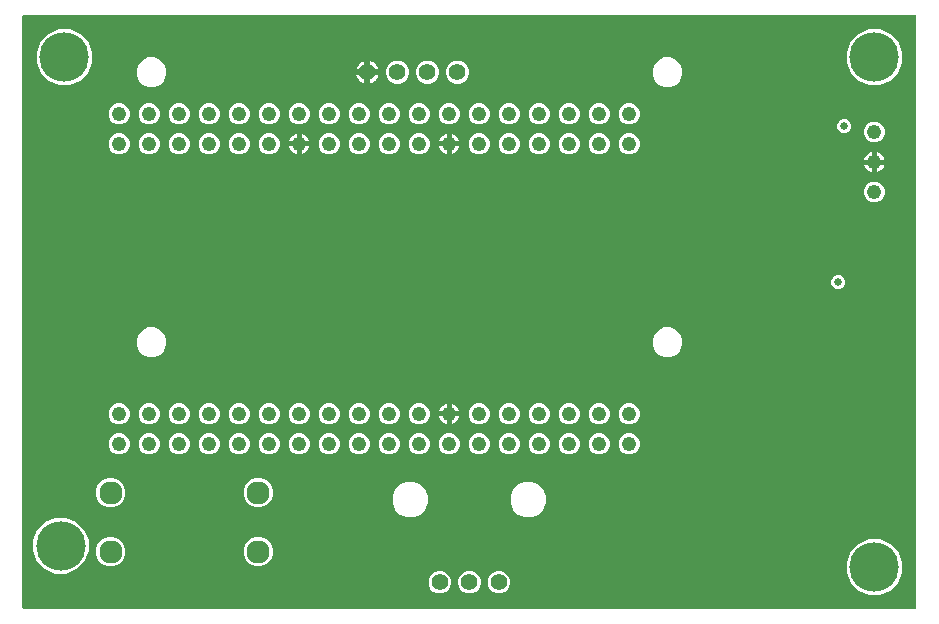
<source format=gbr>
G04 EAGLE Gerber RS-274X export*
G75*
%MOMM*%
%FSLAX34Y34*%
%LPD*%
%INCopper Layer 15*%
%IPPOS*%
%AMOC8*
5,1,8,0,0,1.08239X$1,22.5*%
G01*
%ADD10C,1.244600*%
%ADD11C,1.422400*%
%ADD12C,1.960000*%
%ADD13C,1.400000*%
%ADD14C,4.191000*%
%ADD15C,0.654800*%

G36*
X758308Y2556D02*
X758308Y2556D01*
X758427Y2563D01*
X758465Y2576D01*
X758506Y2581D01*
X758616Y2624D01*
X758729Y2661D01*
X758764Y2683D01*
X758801Y2698D01*
X758897Y2767D01*
X758998Y2831D01*
X759026Y2861D01*
X759059Y2884D01*
X759135Y2976D01*
X759216Y3063D01*
X759236Y3098D01*
X759261Y3129D01*
X759312Y3237D01*
X759370Y3341D01*
X759380Y3381D01*
X759397Y3417D01*
X759419Y3534D01*
X759449Y3649D01*
X759453Y3709D01*
X759457Y3729D01*
X759455Y3750D01*
X759459Y3810D01*
X759459Y504190D01*
X759444Y504308D01*
X759437Y504427D01*
X759424Y504465D01*
X759419Y504506D01*
X759376Y504616D01*
X759339Y504729D01*
X759317Y504764D01*
X759302Y504801D01*
X759233Y504897D01*
X759169Y504998D01*
X759139Y505026D01*
X759116Y505059D01*
X759024Y505135D01*
X758937Y505216D01*
X758902Y505236D01*
X758871Y505261D01*
X758763Y505312D01*
X758659Y505370D01*
X758619Y505380D01*
X758583Y505397D01*
X758466Y505419D01*
X758351Y505449D01*
X758291Y505453D01*
X758271Y505457D01*
X758250Y505455D01*
X758190Y505459D01*
X3810Y505459D01*
X3692Y505444D01*
X3573Y505437D01*
X3535Y505424D01*
X3494Y505419D01*
X3384Y505376D01*
X3271Y505339D01*
X3236Y505317D01*
X3199Y505302D01*
X3103Y505233D01*
X3002Y505169D01*
X2974Y505139D01*
X2941Y505116D01*
X2865Y505024D01*
X2784Y504937D01*
X2764Y504902D01*
X2739Y504871D01*
X2688Y504763D01*
X2630Y504659D01*
X2620Y504619D01*
X2603Y504583D01*
X2581Y504466D01*
X2551Y504351D01*
X2547Y504291D01*
X2543Y504271D01*
X2545Y504250D01*
X2541Y504190D01*
X2541Y3810D01*
X2556Y3692D01*
X2563Y3573D01*
X2576Y3535D01*
X2581Y3494D01*
X2624Y3384D01*
X2661Y3271D01*
X2683Y3236D01*
X2698Y3199D01*
X2767Y3103D01*
X2831Y3002D01*
X2861Y2974D01*
X2884Y2941D01*
X2976Y2865D01*
X3063Y2784D01*
X3098Y2764D01*
X3129Y2739D01*
X3237Y2688D01*
X3341Y2630D01*
X3381Y2620D01*
X3417Y2603D01*
X3534Y2581D01*
X3649Y2551D01*
X3709Y2547D01*
X3729Y2543D01*
X3750Y2545D01*
X3810Y2541D01*
X758190Y2541D01*
X758308Y2556D01*
G37*
%LPC*%
G36*
X719226Y446404D02*
X719226Y446404D01*
X710591Y449981D01*
X703981Y456591D01*
X700404Y465226D01*
X700404Y474574D01*
X703981Y483209D01*
X710591Y489819D01*
X719226Y493396D01*
X728574Y493396D01*
X737209Y489819D01*
X743819Y483209D01*
X747396Y474574D01*
X747396Y465226D01*
X743819Y456591D01*
X737209Y449981D01*
X728574Y446404D01*
X719226Y446404D01*
G37*
%LPD*%
%LPC*%
G36*
X33426Y446404D02*
X33426Y446404D01*
X24791Y449981D01*
X18181Y456591D01*
X14604Y465226D01*
X14604Y474574D01*
X18181Y483209D01*
X24791Y489819D01*
X33426Y493396D01*
X42774Y493396D01*
X51409Y489819D01*
X58019Y483209D01*
X61596Y474574D01*
X61596Y465226D01*
X58019Y456591D01*
X51409Y449981D01*
X42774Y446404D01*
X33426Y446404D01*
G37*
%LPD*%
%LPC*%
G36*
X719226Y14604D02*
X719226Y14604D01*
X710591Y18181D01*
X703981Y24791D01*
X700404Y33426D01*
X700404Y42774D01*
X703981Y51409D01*
X710591Y58019D01*
X719226Y61596D01*
X728574Y61596D01*
X737209Y58019D01*
X743819Y51409D01*
X747396Y42774D01*
X747396Y33426D01*
X743819Y24791D01*
X737209Y18181D01*
X728574Y14604D01*
X719226Y14604D01*
G37*
%LPD*%
%LPC*%
G36*
X30378Y32638D02*
X30378Y32638D01*
X21743Y36215D01*
X15133Y42825D01*
X11556Y51460D01*
X11556Y60808D01*
X15133Y69443D01*
X21743Y76053D01*
X30378Y79630D01*
X39726Y79630D01*
X48361Y76053D01*
X54971Y69443D01*
X58548Y60808D01*
X58548Y51460D01*
X54971Y42825D01*
X48361Y36215D01*
X39726Y32638D01*
X30378Y32638D01*
G37*
%LPD*%
%LPC*%
G36*
X328008Y80359D02*
X328008Y80359D01*
X322480Y82649D01*
X318249Y86880D01*
X315959Y92408D01*
X315959Y98392D01*
X318249Y103920D01*
X322480Y108151D01*
X328008Y110441D01*
X333992Y110441D01*
X339520Y108151D01*
X343751Y103920D01*
X346041Y98392D01*
X346041Y92408D01*
X343751Y86880D01*
X339520Y82649D01*
X333992Y80359D01*
X328008Y80359D01*
G37*
%LPD*%
%LPC*%
G36*
X428008Y80359D02*
X428008Y80359D01*
X422480Y82649D01*
X418249Y86880D01*
X415959Y92408D01*
X415959Y98392D01*
X418249Y103920D01*
X422480Y108151D01*
X428008Y110441D01*
X433992Y110441D01*
X439520Y108151D01*
X443751Y103920D01*
X446041Y98392D01*
X446041Y92408D01*
X443751Y86880D01*
X439520Y82649D01*
X433992Y80359D01*
X428008Y80359D01*
G37*
%LPD*%
%LPC*%
G36*
X546145Y444659D02*
X546145Y444659D01*
X541536Y446568D01*
X538008Y450096D01*
X536099Y454705D01*
X536099Y459695D01*
X538008Y464304D01*
X541536Y467832D01*
X546145Y469741D01*
X551135Y469741D01*
X555744Y467832D01*
X559272Y464304D01*
X561181Y459695D01*
X561181Y454705D01*
X559272Y450096D01*
X555744Y446568D01*
X551135Y444659D01*
X546145Y444659D01*
G37*
%LPD*%
%LPC*%
G36*
X109265Y444659D02*
X109265Y444659D01*
X104656Y446568D01*
X101128Y450096D01*
X99219Y454705D01*
X99219Y459695D01*
X101128Y464304D01*
X104656Y467832D01*
X109265Y469741D01*
X114255Y469741D01*
X118864Y467832D01*
X122392Y464304D01*
X124301Y459695D01*
X124301Y454705D01*
X122392Y450096D01*
X118864Y446568D01*
X114255Y444659D01*
X109265Y444659D01*
G37*
%LPD*%
%LPC*%
G36*
X109265Y216059D02*
X109265Y216059D01*
X104656Y217968D01*
X101128Y221496D01*
X99219Y226105D01*
X99219Y231095D01*
X101128Y235704D01*
X104656Y239232D01*
X109265Y241141D01*
X114255Y241141D01*
X118864Y239232D01*
X122392Y235704D01*
X124301Y231095D01*
X124301Y226105D01*
X122392Y221496D01*
X118864Y217968D01*
X114255Y216059D01*
X109265Y216059D01*
G37*
%LPD*%
%LPC*%
G36*
X546145Y216059D02*
X546145Y216059D01*
X541536Y217968D01*
X538008Y221496D01*
X536099Y226105D01*
X536099Y231095D01*
X538008Y235704D01*
X541536Y239232D01*
X546145Y241141D01*
X551135Y241141D01*
X555744Y239232D01*
X559272Y235704D01*
X561181Y231095D01*
X561181Y226105D01*
X559272Y221496D01*
X555744Y217968D01*
X551135Y216059D01*
X546145Y216059D01*
G37*
%LPD*%
%LPC*%
G36*
X74745Y38859D02*
X74745Y38859D01*
X70210Y40738D01*
X66738Y44210D01*
X64859Y48745D01*
X64859Y53655D01*
X66738Y58190D01*
X70210Y61662D01*
X74745Y63541D01*
X79655Y63541D01*
X84190Y61662D01*
X87662Y58190D01*
X89541Y53655D01*
X89541Y48745D01*
X87662Y44210D01*
X84190Y40738D01*
X79655Y38859D01*
X74745Y38859D01*
G37*
%LPD*%
%LPC*%
G36*
X199745Y38859D02*
X199745Y38859D01*
X195210Y40738D01*
X191738Y44210D01*
X189859Y48745D01*
X189859Y53655D01*
X191738Y58190D01*
X195210Y61662D01*
X199745Y63541D01*
X204655Y63541D01*
X209190Y61662D01*
X212662Y58190D01*
X214541Y53655D01*
X214541Y48745D01*
X212662Y44210D01*
X209190Y40738D01*
X204655Y38859D01*
X199745Y38859D01*
G37*
%LPD*%
%LPC*%
G36*
X74745Y88859D02*
X74745Y88859D01*
X70210Y90738D01*
X66738Y94210D01*
X64859Y98745D01*
X64859Y103655D01*
X66738Y108190D01*
X70210Y111662D01*
X74745Y113541D01*
X79655Y113541D01*
X84190Y111662D01*
X87662Y108190D01*
X89541Y103655D01*
X89541Y98745D01*
X87662Y94210D01*
X84190Y90738D01*
X79655Y88859D01*
X74745Y88859D01*
G37*
%LPD*%
%LPC*%
G36*
X199745Y88859D02*
X199745Y88859D01*
X195210Y90738D01*
X191738Y94210D01*
X189859Y98745D01*
X189859Y103655D01*
X191738Y108190D01*
X195210Y111662D01*
X199745Y113541D01*
X204655Y113541D01*
X209190Y111662D01*
X212662Y108190D01*
X214541Y103655D01*
X214541Y98745D01*
X212662Y94210D01*
X209190Y90738D01*
X204655Y88859D01*
X199745Y88859D01*
G37*
%LPD*%
%LPC*%
G36*
X368920Y447547D02*
X368920Y447547D01*
X365372Y449017D01*
X362657Y451732D01*
X361187Y455280D01*
X361187Y459120D01*
X362657Y462668D01*
X365372Y465383D01*
X368920Y466853D01*
X372760Y466853D01*
X376308Y465383D01*
X379023Y462668D01*
X380493Y459120D01*
X380493Y455280D01*
X379023Y451732D01*
X376308Y449017D01*
X372760Y447547D01*
X368920Y447547D01*
G37*
%LPD*%
%LPC*%
G36*
X343520Y447547D02*
X343520Y447547D01*
X339972Y449017D01*
X337257Y451732D01*
X335787Y455280D01*
X335787Y459120D01*
X337257Y462668D01*
X339972Y465383D01*
X343520Y466853D01*
X347360Y466853D01*
X350908Y465383D01*
X353623Y462668D01*
X355093Y459120D01*
X355093Y455280D01*
X353623Y451732D01*
X350908Y449017D01*
X347360Y447547D01*
X343520Y447547D01*
G37*
%LPD*%
%LPC*%
G36*
X318120Y447547D02*
X318120Y447547D01*
X314572Y449017D01*
X311857Y451732D01*
X310387Y455280D01*
X310387Y459120D01*
X311857Y462668D01*
X314572Y465383D01*
X318120Y466853D01*
X321960Y466853D01*
X325508Y465383D01*
X328223Y462668D01*
X329693Y459120D01*
X329693Y455280D01*
X328223Y451732D01*
X325508Y449017D01*
X321960Y447547D01*
X318120Y447547D01*
G37*
%LPD*%
%LPC*%
G36*
X379102Y15859D02*
X379102Y15859D01*
X375596Y17312D01*
X372912Y19996D01*
X371459Y23502D01*
X371459Y27298D01*
X372912Y30804D01*
X375596Y33488D01*
X379102Y34941D01*
X382898Y34941D01*
X386404Y33488D01*
X389088Y30804D01*
X390541Y27298D01*
X390541Y23502D01*
X389088Y19996D01*
X386404Y17312D01*
X382898Y15859D01*
X379102Y15859D01*
G37*
%LPD*%
%LPC*%
G36*
X404102Y15859D02*
X404102Y15859D01*
X400596Y17312D01*
X397912Y19996D01*
X396459Y23502D01*
X396459Y27298D01*
X397912Y30804D01*
X400596Y33488D01*
X404102Y34941D01*
X407898Y34941D01*
X411404Y33488D01*
X414088Y30804D01*
X415541Y27298D01*
X415541Y23502D01*
X414088Y19996D01*
X411404Y17312D01*
X407898Y15859D01*
X404102Y15859D01*
G37*
%LPD*%
%LPC*%
G36*
X354102Y15859D02*
X354102Y15859D01*
X350596Y17312D01*
X347912Y19996D01*
X346459Y23502D01*
X346459Y27298D01*
X347912Y30804D01*
X350596Y33488D01*
X354102Y34941D01*
X357898Y34941D01*
X361404Y33488D01*
X364088Y30804D01*
X365541Y27298D01*
X365541Y23502D01*
X364088Y19996D01*
X361404Y17312D01*
X357898Y15859D01*
X354102Y15859D01*
G37*
%LPD*%
%LPC*%
G36*
X108157Y133736D02*
X108157Y133736D01*
X104936Y135070D01*
X102470Y137536D01*
X101136Y140757D01*
X101136Y144243D01*
X102470Y147464D01*
X104936Y149930D01*
X108157Y151264D01*
X111643Y151264D01*
X114864Y149930D01*
X117330Y147464D01*
X118664Y144243D01*
X118664Y140757D01*
X117330Y137536D01*
X114864Y135070D01*
X111643Y133736D01*
X108157Y133736D01*
G37*
%LPD*%
%LPC*%
G36*
X184357Y133736D02*
X184357Y133736D01*
X181136Y135070D01*
X178670Y137536D01*
X177336Y140757D01*
X177336Y144243D01*
X178670Y147464D01*
X181136Y149930D01*
X184357Y151264D01*
X187843Y151264D01*
X191064Y149930D01*
X193530Y147464D01*
X194864Y144243D01*
X194864Y140757D01*
X193530Y137536D01*
X191064Y135070D01*
X187843Y133736D01*
X184357Y133736D01*
G37*
%LPD*%
%LPC*%
G36*
X438357Y413136D02*
X438357Y413136D01*
X435136Y414470D01*
X432670Y416936D01*
X431336Y420157D01*
X431336Y423643D01*
X432670Y426864D01*
X435136Y429330D01*
X438357Y430664D01*
X441843Y430664D01*
X445064Y429330D01*
X447530Y426864D01*
X448864Y423643D01*
X448864Y420157D01*
X447530Y416936D01*
X445064Y414470D01*
X441843Y413136D01*
X438357Y413136D01*
G37*
%LPD*%
%LPC*%
G36*
X412957Y413136D02*
X412957Y413136D01*
X409736Y414470D01*
X407270Y416936D01*
X405936Y420157D01*
X405936Y423643D01*
X407270Y426864D01*
X409736Y429330D01*
X412957Y430664D01*
X416443Y430664D01*
X419664Y429330D01*
X422130Y426864D01*
X423464Y423643D01*
X423464Y420157D01*
X422130Y416936D01*
X419664Y414470D01*
X416443Y413136D01*
X412957Y413136D01*
G37*
%LPD*%
%LPC*%
G36*
X387557Y413136D02*
X387557Y413136D01*
X384336Y414470D01*
X381870Y416936D01*
X380536Y420157D01*
X380536Y423643D01*
X381870Y426864D01*
X384336Y429330D01*
X387557Y430664D01*
X391043Y430664D01*
X394264Y429330D01*
X396730Y426864D01*
X398064Y423643D01*
X398064Y420157D01*
X396730Y416936D01*
X394264Y414470D01*
X391043Y413136D01*
X387557Y413136D01*
G37*
%LPD*%
%LPC*%
G36*
X362157Y413136D02*
X362157Y413136D01*
X358936Y414470D01*
X356470Y416936D01*
X355136Y420157D01*
X355136Y423643D01*
X356470Y426864D01*
X358936Y429330D01*
X362157Y430664D01*
X365643Y430664D01*
X368864Y429330D01*
X371330Y426864D01*
X372664Y423643D01*
X372664Y420157D01*
X371330Y416936D01*
X368864Y414470D01*
X365643Y413136D01*
X362157Y413136D01*
G37*
%LPD*%
%LPC*%
G36*
X336757Y413136D02*
X336757Y413136D01*
X333536Y414470D01*
X331070Y416936D01*
X329736Y420157D01*
X329736Y423643D01*
X331070Y426864D01*
X333536Y429330D01*
X336757Y430664D01*
X340243Y430664D01*
X343464Y429330D01*
X345930Y426864D01*
X347264Y423643D01*
X347264Y420157D01*
X345930Y416936D01*
X343464Y414470D01*
X340243Y413136D01*
X336757Y413136D01*
G37*
%LPD*%
%LPC*%
G36*
X311357Y413136D02*
X311357Y413136D01*
X308136Y414470D01*
X305670Y416936D01*
X304336Y420157D01*
X304336Y423643D01*
X305670Y426864D01*
X308136Y429330D01*
X311357Y430664D01*
X314843Y430664D01*
X318064Y429330D01*
X320530Y426864D01*
X321864Y423643D01*
X321864Y420157D01*
X320530Y416936D01*
X318064Y414470D01*
X314843Y413136D01*
X311357Y413136D01*
G37*
%LPD*%
%LPC*%
G36*
X489157Y413136D02*
X489157Y413136D01*
X485936Y414470D01*
X483470Y416936D01*
X482136Y420157D01*
X482136Y423643D01*
X483470Y426864D01*
X485936Y429330D01*
X489157Y430664D01*
X492643Y430664D01*
X495864Y429330D01*
X498330Y426864D01*
X499664Y423643D01*
X499664Y420157D01*
X498330Y416936D01*
X495864Y414470D01*
X492643Y413136D01*
X489157Y413136D01*
G37*
%LPD*%
%LPC*%
G36*
X285957Y413136D02*
X285957Y413136D01*
X282736Y414470D01*
X280270Y416936D01*
X278936Y420157D01*
X278936Y423643D01*
X280270Y426864D01*
X282736Y429330D01*
X285957Y430664D01*
X289443Y430664D01*
X292664Y429330D01*
X295130Y426864D01*
X296464Y423643D01*
X296464Y420157D01*
X295130Y416936D01*
X292664Y414470D01*
X289443Y413136D01*
X285957Y413136D01*
G37*
%LPD*%
%LPC*%
G36*
X260557Y413136D02*
X260557Y413136D01*
X257336Y414470D01*
X254870Y416936D01*
X253536Y420157D01*
X253536Y423643D01*
X254870Y426864D01*
X257336Y429330D01*
X260557Y430664D01*
X264043Y430664D01*
X267264Y429330D01*
X269730Y426864D01*
X271064Y423643D01*
X271064Y420157D01*
X269730Y416936D01*
X267264Y414470D01*
X264043Y413136D01*
X260557Y413136D01*
G37*
%LPD*%
%LPC*%
G36*
X235157Y413136D02*
X235157Y413136D01*
X231936Y414470D01*
X229470Y416936D01*
X228136Y420157D01*
X228136Y423643D01*
X229470Y426864D01*
X231936Y429330D01*
X235157Y430664D01*
X238643Y430664D01*
X241864Y429330D01*
X244330Y426864D01*
X245664Y423643D01*
X245664Y420157D01*
X244330Y416936D01*
X241864Y414470D01*
X238643Y413136D01*
X235157Y413136D01*
G37*
%LPD*%
%LPC*%
G36*
X209757Y413136D02*
X209757Y413136D01*
X206536Y414470D01*
X204070Y416936D01*
X202736Y420157D01*
X202736Y423643D01*
X204070Y426864D01*
X206536Y429330D01*
X209757Y430664D01*
X213243Y430664D01*
X216464Y429330D01*
X218930Y426864D01*
X220264Y423643D01*
X220264Y420157D01*
X218930Y416936D01*
X216464Y414470D01*
X213243Y413136D01*
X209757Y413136D01*
G37*
%LPD*%
%LPC*%
G36*
X184357Y413136D02*
X184357Y413136D01*
X181136Y414470D01*
X178670Y416936D01*
X177336Y420157D01*
X177336Y423643D01*
X178670Y426864D01*
X181136Y429330D01*
X184357Y430664D01*
X187843Y430664D01*
X191064Y429330D01*
X193530Y426864D01*
X194864Y423643D01*
X194864Y420157D01*
X193530Y416936D01*
X191064Y414470D01*
X187843Y413136D01*
X184357Y413136D01*
G37*
%LPD*%
%LPC*%
G36*
X158957Y413136D02*
X158957Y413136D01*
X155736Y414470D01*
X153270Y416936D01*
X151936Y420157D01*
X151936Y423643D01*
X153270Y426864D01*
X155736Y429330D01*
X158957Y430664D01*
X162443Y430664D01*
X165664Y429330D01*
X168130Y426864D01*
X169464Y423643D01*
X169464Y420157D01*
X168130Y416936D01*
X165664Y414470D01*
X162443Y413136D01*
X158957Y413136D01*
G37*
%LPD*%
%LPC*%
G36*
X133557Y413136D02*
X133557Y413136D01*
X130336Y414470D01*
X127870Y416936D01*
X126536Y420157D01*
X126536Y423643D01*
X127870Y426864D01*
X130336Y429330D01*
X133557Y430664D01*
X137043Y430664D01*
X140264Y429330D01*
X142730Y426864D01*
X144064Y423643D01*
X144064Y420157D01*
X142730Y416936D01*
X140264Y414470D01*
X137043Y413136D01*
X133557Y413136D01*
G37*
%LPD*%
%LPC*%
G36*
X82757Y413136D02*
X82757Y413136D01*
X79536Y414470D01*
X77070Y416936D01*
X75736Y420157D01*
X75736Y423643D01*
X77070Y426864D01*
X79536Y429330D01*
X82757Y430664D01*
X86243Y430664D01*
X89464Y429330D01*
X91930Y426864D01*
X93264Y423643D01*
X93264Y420157D01*
X91930Y416936D01*
X89464Y414470D01*
X86243Y413136D01*
X82757Y413136D01*
G37*
%LPD*%
%LPC*%
G36*
X514557Y413136D02*
X514557Y413136D01*
X511336Y414470D01*
X508870Y416936D01*
X507536Y420157D01*
X507536Y423643D01*
X508870Y426864D01*
X511336Y429330D01*
X514557Y430664D01*
X518043Y430664D01*
X521264Y429330D01*
X523730Y426864D01*
X525064Y423643D01*
X525064Y420157D01*
X523730Y416936D01*
X521264Y414470D01*
X518043Y413136D01*
X514557Y413136D01*
G37*
%LPD*%
%LPC*%
G36*
X108157Y413136D02*
X108157Y413136D01*
X104936Y414470D01*
X102470Y416936D01*
X101136Y420157D01*
X101136Y423643D01*
X102470Y426864D01*
X104936Y429330D01*
X108157Y430664D01*
X111643Y430664D01*
X114864Y429330D01*
X117330Y426864D01*
X118664Y423643D01*
X118664Y420157D01*
X117330Y416936D01*
X114864Y414470D01*
X111643Y413136D01*
X108157Y413136D01*
G37*
%LPD*%
%LPC*%
G36*
X463757Y413136D02*
X463757Y413136D01*
X460536Y414470D01*
X458070Y416936D01*
X456736Y420157D01*
X456736Y423643D01*
X458070Y426864D01*
X460536Y429330D01*
X463757Y430664D01*
X467243Y430664D01*
X470464Y429330D01*
X472930Y426864D01*
X474264Y423643D01*
X474264Y420157D01*
X472930Y416936D01*
X470464Y414470D01*
X467243Y413136D01*
X463757Y413136D01*
G37*
%LPD*%
%LPC*%
G36*
X722157Y397636D02*
X722157Y397636D01*
X718936Y398970D01*
X716470Y401436D01*
X715136Y404657D01*
X715136Y408143D01*
X716470Y411364D01*
X718936Y413830D01*
X722157Y415164D01*
X725643Y415164D01*
X728864Y413830D01*
X731330Y411364D01*
X732664Y408143D01*
X732664Y404657D01*
X731330Y401436D01*
X728864Y398970D01*
X725643Y397636D01*
X722157Y397636D01*
G37*
%LPD*%
%LPC*%
G36*
X82757Y387736D02*
X82757Y387736D01*
X79536Y389070D01*
X77070Y391536D01*
X75736Y394757D01*
X75736Y398243D01*
X77070Y401464D01*
X79536Y403930D01*
X82757Y405264D01*
X86243Y405264D01*
X89464Y403930D01*
X91930Y401464D01*
X93264Y398243D01*
X93264Y394757D01*
X91930Y391536D01*
X89464Y389070D01*
X86243Y387736D01*
X82757Y387736D01*
G37*
%LPD*%
%LPC*%
G36*
X133557Y387736D02*
X133557Y387736D01*
X130336Y389070D01*
X127870Y391536D01*
X126536Y394757D01*
X126536Y398243D01*
X127870Y401464D01*
X130336Y403930D01*
X133557Y405264D01*
X137043Y405264D01*
X140264Y403930D01*
X142730Y401464D01*
X144064Y398243D01*
X144064Y394757D01*
X142730Y391536D01*
X140264Y389070D01*
X137043Y387736D01*
X133557Y387736D01*
G37*
%LPD*%
%LPC*%
G36*
X108157Y387736D02*
X108157Y387736D01*
X104936Y389070D01*
X102470Y391536D01*
X101136Y394757D01*
X101136Y398243D01*
X102470Y401464D01*
X104936Y403930D01*
X108157Y405264D01*
X111643Y405264D01*
X114864Y403930D01*
X117330Y401464D01*
X118664Y398243D01*
X118664Y394757D01*
X117330Y391536D01*
X114864Y389070D01*
X111643Y387736D01*
X108157Y387736D01*
G37*
%LPD*%
%LPC*%
G36*
X514557Y387736D02*
X514557Y387736D01*
X511336Y389070D01*
X508870Y391536D01*
X507536Y394757D01*
X507536Y398243D01*
X508870Y401464D01*
X511336Y403930D01*
X514557Y405264D01*
X518043Y405264D01*
X521264Y403930D01*
X523730Y401464D01*
X525064Y398243D01*
X525064Y394757D01*
X523730Y391536D01*
X521264Y389070D01*
X518043Y387736D01*
X514557Y387736D01*
G37*
%LPD*%
%LPC*%
G36*
X489157Y387736D02*
X489157Y387736D01*
X485936Y389070D01*
X483470Y391536D01*
X482136Y394757D01*
X482136Y398243D01*
X483470Y401464D01*
X485936Y403930D01*
X489157Y405264D01*
X492643Y405264D01*
X495864Y403930D01*
X498330Y401464D01*
X499664Y398243D01*
X499664Y394757D01*
X498330Y391536D01*
X495864Y389070D01*
X492643Y387736D01*
X489157Y387736D01*
G37*
%LPD*%
%LPC*%
G36*
X463757Y387736D02*
X463757Y387736D01*
X460536Y389070D01*
X458070Y391536D01*
X456736Y394757D01*
X456736Y398243D01*
X458070Y401464D01*
X460536Y403930D01*
X463757Y405264D01*
X467243Y405264D01*
X470464Y403930D01*
X472930Y401464D01*
X474264Y398243D01*
X474264Y394757D01*
X472930Y391536D01*
X470464Y389070D01*
X467243Y387736D01*
X463757Y387736D01*
G37*
%LPD*%
%LPC*%
G36*
X438357Y387736D02*
X438357Y387736D01*
X435136Y389070D01*
X432670Y391536D01*
X431336Y394757D01*
X431336Y398243D01*
X432670Y401464D01*
X435136Y403930D01*
X438357Y405264D01*
X441843Y405264D01*
X445064Y403930D01*
X447530Y401464D01*
X448864Y398243D01*
X448864Y394757D01*
X447530Y391536D01*
X445064Y389070D01*
X441843Y387736D01*
X438357Y387736D01*
G37*
%LPD*%
%LPC*%
G36*
X412957Y387736D02*
X412957Y387736D01*
X409736Y389070D01*
X407270Y391536D01*
X405936Y394757D01*
X405936Y398243D01*
X407270Y401464D01*
X409736Y403930D01*
X412957Y405264D01*
X416443Y405264D01*
X419664Y403930D01*
X422130Y401464D01*
X423464Y398243D01*
X423464Y394757D01*
X422130Y391536D01*
X419664Y389070D01*
X416443Y387736D01*
X412957Y387736D01*
G37*
%LPD*%
%LPC*%
G36*
X336757Y387736D02*
X336757Y387736D01*
X333536Y389070D01*
X331070Y391536D01*
X329736Y394757D01*
X329736Y398243D01*
X331070Y401464D01*
X333536Y403930D01*
X336757Y405264D01*
X340243Y405264D01*
X343464Y403930D01*
X345930Y401464D01*
X347264Y398243D01*
X347264Y394757D01*
X345930Y391536D01*
X343464Y389070D01*
X340243Y387736D01*
X336757Y387736D01*
G37*
%LPD*%
%LPC*%
G36*
X311357Y387736D02*
X311357Y387736D01*
X308136Y389070D01*
X305670Y391536D01*
X304336Y394757D01*
X304336Y398243D01*
X305670Y401464D01*
X308136Y403930D01*
X311357Y405264D01*
X314843Y405264D01*
X318064Y403930D01*
X320530Y401464D01*
X321864Y398243D01*
X321864Y394757D01*
X320530Y391536D01*
X318064Y389070D01*
X314843Y387736D01*
X311357Y387736D01*
G37*
%LPD*%
%LPC*%
G36*
X285957Y387736D02*
X285957Y387736D01*
X282736Y389070D01*
X280270Y391536D01*
X278936Y394757D01*
X278936Y398243D01*
X280270Y401464D01*
X282736Y403930D01*
X285957Y405264D01*
X289443Y405264D01*
X292664Y403930D01*
X295130Y401464D01*
X296464Y398243D01*
X296464Y394757D01*
X295130Y391536D01*
X292664Y389070D01*
X289443Y387736D01*
X285957Y387736D01*
G37*
%LPD*%
%LPC*%
G36*
X260557Y387736D02*
X260557Y387736D01*
X257336Y389070D01*
X254870Y391536D01*
X253536Y394757D01*
X253536Y398243D01*
X254870Y401464D01*
X257336Y403930D01*
X260557Y405264D01*
X264043Y405264D01*
X267264Y403930D01*
X269730Y401464D01*
X271064Y398243D01*
X271064Y394757D01*
X269730Y391536D01*
X267264Y389070D01*
X264043Y387736D01*
X260557Y387736D01*
G37*
%LPD*%
%LPC*%
G36*
X209757Y387736D02*
X209757Y387736D01*
X206536Y389070D01*
X204070Y391536D01*
X202736Y394757D01*
X202736Y398243D01*
X204070Y401464D01*
X206536Y403930D01*
X209757Y405264D01*
X213243Y405264D01*
X216464Y403930D01*
X218930Y401464D01*
X220264Y398243D01*
X220264Y394757D01*
X218930Y391536D01*
X216464Y389070D01*
X213243Y387736D01*
X209757Y387736D01*
G37*
%LPD*%
%LPC*%
G36*
X184357Y387736D02*
X184357Y387736D01*
X181136Y389070D01*
X178670Y391536D01*
X177336Y394757D01*
X177336Y398243D01*
X178670Y401464D01*
X181136Y403930D01*
X184357Y405264D01*
X187843Y405264D01*
X191064Y403930D01*
X193530Y401464D01*
X194864Y398243D01*
X194864Y394757D01*
X193530Y391536D01*
X191064Y389070D01*
X187843Y387736D01*
X184357Y387736D01*
G37*
%LPD*%
%LPC*%
G36*
X158957Y387736D02*
X158957Y387736D01*
X155736Y389070D01*
X153270Y391536D01*
X151936Y394757D01*
X151936Y398243D01*
X153270Y401464D01*
X155736Y403930D01*
X158957Y405264D01*
X162443Y405264D01*
X165664Y403930D01*
X168130Y401464D01*
X169464Y398243D01*
X169464Y394757D01*
X168130Y391536D01*
X165664Y389070D01*
X162443Y387736D01*
X158957Y387736D01*
G37*
%LPD*%
%LPC*%
G36*
X387557Y159136D02*
X387557Y159136D01*
X384336Y160470D01*
X381870Y162936D01*
X380536Y166157D01*
X380536Y169643D01*
X381870Y172864D01*
X384336Y175330D01*
X387557Y176664D01*
X391043Y176664D01*
X394264Y175330D01*
X396730Y172864D01*
X398064Y169643D01*
X398064Y166157D01*
X396730Y162936D01*
X394264Y160470D01*
X391043Y159136D01*
X387557Y159136D01*
G37*
%LPD*%
%LPC*%
G36*
X722157Y346836D02*
X722157Y346836D01*
X718936Y348170D01*
X716470Y350636D01*
X715136Y353857D01*
X715136Y357343D01*
X716470Y360564D01*
X718936Y363030D01*
X722157Y364364D01*
X725643Y364364D01*
X728864Y363030D01*
X731330Y360564D01*
X732664Y357343D01*
X732664Y353857D01*
X731330Y350636D01*
X728864Y348170D01*
X725643Y346836D01*
X722157Y346836D01*
G37*
%LPD*%
%LPC*%
G36*
X463757Y159136D02*
X463757Y159136D01*
X460536Y160470D01*
X458070Y162936D01*
X456736Y166157D01*
X456736Y169643D01*
X458070Y172864D01*
X460536Y175330D01*
X463757Y176664D01*
X467243Y176664D01*
X470464Y175330D01*
X472930Y172864D01*
X474264Y169643D01*
X474264Y166157D01*
X472930Y162936D01*
X470464Y160470D01*
X467243Y159136D01*
X463757Y159136D01*
G37*
%LPD*%
%LPC*%
G36*
X489157Y159136D02*
X489157Y159136D01*
X485936Y160470D01*
X483470Y162936D01*
X482136Y166157D01*
X482136Y169643D01*
X483470Y172864D01*
X485936Y175330D01*
X489157Y176664D01*
X492643Y176664D01*
X495864Y175330D01*
X498330Y172864D01*
X499664Y169643D01*
X499664Y166157D01*
X498330Y162936D01*
X495864Y160470D01*
X492643Y159136D01*
X489157Y159136D01*
G37*
%LPD*%
%LPC*%
G36*
X514557Y159136D02*
X514557Y159136D01*
X511336Y160470D01*
X508870Y162936D01*
X507536Y166157D01*
X507536Y169643D01*
X508870Y172864D01*
X511336Y175330D01*
X514557Y176664D01*
X518043Y176664D01*
X521264Y175330D01*
X523730Y172864D01*
X525064Y169643D01*
X525064Y166157D01*
X523730Y162936D01*
X521264Y160470D01*
X518043Y159136D01*
X514557Y159136D01*
G37*
%LPD*%
%LPC*%
G36*
X285957Y159136D02*
X285957Y159136D01*
X282736Y160470D01*
X280270Y162936D01*
X278936Y166157D01*
X278936Y169643D01*
X280270Y172864D01*
X282736Y175330D01*
X285957Y176664D01*
X289443Y176664D01*
X292664Y175330D01*
X295130Y172864D01*
X296464Y169643D01*
X296464Y166157D01*
X295130Y162936D01*
X292664Y160470D01*
X289443Y159136D01*
X285957Y159136D01*
G37*
%LPD*%
%LPC*%
G36*
X438357Y159136D02*
X438357Y159136D01*
X435136Y160470D01*
X432670Y162936D01*
X431336Y166157D01*
X431336Y169643D01*
X432670Y172864D01*
X435136Y175330D01*
X438357Y176664D01*
X441843Y176664D01*
X445064Y175330D01*
X447530Y172864D01*
X448864Y169643D01*
X448864Y166157D01*
X447530Y162936D01*
X445064Y160470D01*
X441843Y159136D01*
X438357Y159136D01*
G37*
%LPD*%
%LPC*%
G36*
X412957Y159136D02*
X412957Y159136D01*
X409736Y160470D01*
X407270Y162936D01*
X405936Y166157D01*
X405936Y169643D01*
X407270Y172864D01*
X409736Y175330D01*
X412957Y176664D01*
X416443Y176664D01*
X419664Y175330D01*
X422130Y172864D01*
X423464Y169643D01*
X423464Y166157D01*
X422130Y162936D01*
X419664Y160470D01*
X416443Y159136D01*
X412957Y159136D01*
G37*
%LPD*%
%LPC*%
G36*
X336757Y159136D02*
X336757Y159136D01*
X333536Y160470D01*
X331070Y162936D01*
X329736Y166157D01*
X329736Y169643D01*
X331070Y172864D01*
X333536Y175330D01*
X336757Y176664D01*
X340243Y176664D01*
X343464Y175330D01*
X345930Y172864D01*
X347264Y169643D01*
X347264Y166157D01*
X345930Y162936D01*
X343464Y160470D01*
X340243Y159136D01*
X336757Y159136D01*
G37*
%LPD*%
%LPC*%
G36*
X311357Y159136D02*
X311357Y159136D01*
X308136Y160470D01*
X305670Y162936D01*
X304336Y166157D01*
X304336Y169643D01*
X305670Y172864D01*
X308136Y175330D01*
X311357Y176664D01*
X314843Y176664D01*
X318064Y175330D01*
X320530Y172864D01*
X321864Y169643D01*
X321864Y166157D01*
X320530Y162936D01*
X318064Y160470D01*
X314843Y159136D01*
X311357Y159136D01*
G37*
%LPD*%
%LPC*%
G36*
X260557Y159136D02*
X260557Y159136D01*
X257336Y160470D01*
X254870Y162936D01*
X253536Y166157D01*
X253536Y169643D01*
X254870Y172864D01*
X257336Y175330D01*
X260557Y176664D01*
X264043Y176664D01*
X267264Y175330D01*
X269730Y172864D01*
X271064Y169643D01*
X271064Y166157D01*
X269730Y162936D01*
X267264Y160470D01*
X264043Y159136D01*
X260557Y159136D01*
G37*
%LPD*%
%LPC*%
G36*
X235157Y159136D02*
X235157Y159136D01*
X231936Y160470D01*
X229470Y162936D01*
X228136Y166157D01*
X228136Y169643D01*
X229470Y172864D01*
X231936Y175330D01*
X235157Y176664D01*
X238643Y176664D01*
X241864Y175330D01*
X244330Y172864D01*
X245664Y169643D01*
X245664Y166157D01*
X244330Y162936D01*
X241864Y160470D01*
X238643Y159136D01*
X235157Y159136D01*
G37*
%LPD*%
%LPC*%
G36*
X209757Y159136D02*
X209757Y159136D01*
X206536Y160470D01*
X204070Y162936D01*
X202736Y166157D01*
X202736Y169643D01*
X204070Y172864D01*
X206536Y175330D01*
X209757Y176664D01*
X213243Y176664D01*
X216464Y175330D01*
X218930Y172864D01*
X220264Y169643D01*
X220264Y166157D01*
X218930Y162936D01*
X216464Y160470D01*
X213243Y159136D01*
X209757Y159136D01*
G37*
%LPD*%
%LPC*%
G36*
X184357Y159136D02*
X184357Y159136D01*
X181136Y160470D01*
X178670Y162936D01*
X177336Y166157D01*
X177336Y169643D01*
X178670Y172864D01*
X181136Y175330D01*
X184357Y176664D01*
X187843Y176664D01*
X191064Y175330D01*
X193530Y172864D01*
X194864Y169643D01*
X194864Y166157D01*
X193530Y162936D01*
X191064Y160470D01*
X187843Y159136D01*
X184357Y159136D01*
G37*
%LPD*%
%LPC*%
G36*
X158957Y159136D02*
X158957Y159136D01*
X155736Y160470D01*
X153270Y162936D01*
X151936Y166157D01*
X151936Y169643D01*
X153270Y172864D01*
X155736Y175330D01*
X158957Y176664D01*
X162443Y176664D01*
X165664Y175330D01*
X168130Y172864D01*
X169464Y169643D01*
X169464Y166157D01*
X168130Y162936D01*
X165664Y160470D01*
X162443Y159136D01*
X158957Y159136D01*
G37*
%LPD*%
%LPC*%
G36*
X133557Y159136D02*
X133557Y159136D01*
X130336Y160470D01*
X127870Y162936D01*
X126536Y166157D01*
X126536Y169643D01*
X127870Y172864D01*
X130336Y175330D01*
X133557Y176664D01*
X137043Y176664D01*
X140264Y175330D01*
X142730Y172864D01*
X144064Y169643D01*
X144064Y166157D01*
X142730Y162936D01*
X140264Y160470D01*
X137043Y159136D01*
X133557Y159136D01*
G37*
%LPD*%
%LPC*%
G36*
X108157Y159136D02*
X108157Y159136D01*
X104936Y160470D01*
X102470Y162936D01*
X101136Y166157D01*
X101136Y169643D01*
X102470Y172864D01*
X104936Y175330D01*
X108157Y176664D01*
X111643Y176664D01*
X114864Y175330D01*
X117330Y172864D01*
X118664Y169643D01*
X118664Y166157D01*
X117330Y162936D01*
X114864Y160470D01*
X111643Y159136D01*
X108157Y159136D01*
G37*
%LPD*%
%LPC*%
G36*
X82757Y159136D02*
X82757Y159136D01*
X79536Y160470D01*
X77070Y162936D01*
X75736Y166157D01*
X75736Y169643D01*
X77070Y172864D01*
X79536Y175330D01*
X82757Y176664D01*
X86243Y176664D01*
X89464Y175330D01*
X91930Y172864D01*
X93264Y169643D01*
X93264Y166157D01*
X91930Y162936D01*
X89464Y160470D01*
X86243Y159136D01*
X82757Y159136D01*
G37*
%LPD*%
%LPC*%
G36*
X514557Y133736D02*
X514557Y133736D01*
X511336Y135070D01*
X508870Y137536D01*
X507536Y140757D01*
X507536Y144243D01*
X508870Y147464D01*
X511336Y149930D01*
X514557Y151264D01*
X518043Y151264D01*
X521264Y149930D01*
X523730Y147464D01*
X525064Y144243D01*
X525064Y140757D01*
X523730Y137536D01*
X521264Y135070D01*
X518043Y133736D01*
X514557Y133736D01*
G37*
%LPD*%
%LPC*%
G36*
X489157Y133736D02*
X489157Y133736D01*
X485936Y135070D01*
X483470Y137536D01*
X482136Y140757D01*
X482136Y144243D01*
X483470Y147464D01*
X485936Y149930D01*
X489157Y151264D01*
X492643Y151264D01*
X495864Y149930D01*
X498330Y147464D01*
X499664Y144243D01*
X499664Y140757D01*
X498330Y137536D01*
X495864Y135070D01*
X492643Y133736D01*
X489157Y133736D01*
G37*
%LPD*%
%LPC*%
G36*
X463757Y133736D02*
X463757Y133736D01*
X460536Y135070D01*
X458070Y137536D01*
X456736Y140757D01*
X456736Y144243D01*
X458070Y147464D01*
X460536Y149930D01*
X463757Y151264D01*
X467243Y151264D01*
X470464Y149930D01*
X472930Y147464D01*
X474264Y144243D01*
X474264Y140757D01*
X472930Y137536D01*
X470464Y135070D01*
X467243Y133736D01*
X463757Y133736D01*
G37*
%LPD*%
%LPC*%
G36*
X438357Y133736D02*
X438357Y133736D01*
X435136Y135070D01*
X432670Y137536D01*
X431336Y140757D01*
X431336Y144243D01*
X432670Y147464D01*
X435136Y149930D01*
X438357Y151264D01*
X441843Y151264D01*
X445064Y149930D01*
X447530Y147464D01*
X448864Y144243D01*
X448864Y140757D01*
X447530Y137536D01*
X445064Y135070D01*
X441843Y133736D01*
X438357Y133736D01*
G37*
%LPD*%
%LPC*%
G36*
X412957Y133736D02*
X412957Y133736D01*
X409736Y135070D01*
X407270Y137536D01*
X405936Y140757D01*
X405936Y144243D01*
X407270Y147464D01*
X409736Y149930D01*
X412957Y151264D01*
X416443Y151264D01*
X419664Y149930D01*
X422130Y147464D01*
X423464Y144243D01*
X423464Y140757D01*
X422130Y137536D01*
X419664Y135070D01*
X416443Y133736D01*
X412957Y133736D01*
G37*
%LPD*%
%LPC*%
G36*
X387557Y133736D02*
X387557Y133736D01*
X384336Y135070D01*
X381870Y137536D01*
X380536Y140757D01*
X380536Y144243D01*
X381870Y147464D01*
X384336Y149930D01*
X387557Y151264D01*
X391043Y151264D01*
X394264Y149930D01*
X396730Y147464D01*
X398064Y144243D01*
X398064Y140757D01*
X396730Y137536D01*
X394264Y135070D01*
X391043Y133736D01*
X387557Y133736D01*
G37*
%LPD*%
%LPC*%
G36*
X362157Y133736D02*
X362157Y133736D01*
X358936Y135070D01*
X356470Y137536D01*
X355136Y140757D01*
X355136Y144243D01*
X356470Y147464D01*
X358936Y149930D01*
X362157Y151264D01*
X365643Y151264D01*
X368864Y149930D01*
X371330Y147464D01*
X372664Y144243D01*
X372664Y140757D01*
X371330Y137536D01*
X368864Y135070D01*
X365643Y133736D01*
X362157Y133736D01*
G37*
%LPD*%
%LPC*%
G36*
X336757Y133736D02*
X336757Y133736D01*
X333536Y135070D01*
X331070Y137536D01*
X329736Y140757D01*
X329736Y144243D01*
X331070Y147464D01*
X333536Y149930D01*
X336757Y151264D01*
X340243Y151264D01*
X343464Y149930D01*
X345930Y147464D01*
X347264Y144243D01*
X347264Y140757D01*
X345930Y137536D01*
X343464Y135070D01*
X340243Y133736D01*
X336757Y133736D01*
G37*
%LPD*%
%LPC*%
G36*
X311357Y133736D02*
X311357Y133736D01*
X308136Y135070D01*
X305670Y137536D01*
X304336Y140757D01*
X304336Y144243D01*
X305670Y147464D01*
X308136Y149930D01*
X311357Y151264D01*
X314843Y151264D01*
X318064Y149930D01*
X320530Y147464D01*
X321864Y144243D01*
X321864Y140757D01*
X320530Y137536D01*
X318064Y135070D01*
X314843Y133736D01*
X311357Y133736D01*
G37*
%LPD*%
%LPC*%
G36*
X285957Y133736D02*
X285957Y133736D01*
X282736Y135070D01*
X280270Y137536D01*
X278936Y140757D01*
X278936Y144243D01*
X280270Y147464D01*
X282736Y149930D01*
X285957Y151264D01*
X289443Y151264D01*
X292664Y149930D01*
X295130Y147464D01*
X296464Y144243D01*
X296464Y140757D01*
X295130Y137536D01*
X292664Y135070D01*
X289443Y133736D01*
X285957Y133736D01*
G37*
%LPD*%
%LPC*%
G36*
X260557Y133736D02*
X260557Y133736D01*
X257336Y135070D01*
X254870Y137536D01*
X253536Y140757D01*
X253536Y144243D01*
X254870Y147464D01*
X257336Y149930D01*
X260557Y151264D01*
X264043Y151264D01*
X267264Y149930D01*
X269730Y147464D01*
X271064Y144243D01*
X271064Y140757D01*
X269730Y137536D01*
X267264Y135070D01*
X264043Y133736D01*
X260557Y133736D01*
G37*
%LPD*%
%LPC*%
G36*
X235157Y133736D02*
X235157Y133736D01*
X231936Y135070D01*
X229470Y137536D01*
X228136Y140757D01*
X228136Y144243D01*
X229470Y147464D01*
X231936Y149930D01*
X235157Y151264D01*
X238643Y151264D01*
X241864Y149930D01*
X244330Y147464D01*
X245664Y144243D01*
X245664Y140757D01*
X244330Y137536D01*
X241864Y135070D01*
X238643Y133736D01*
X235157Y133736D01*
G37*
%LPD*%
%LPC*%
G36*
X209757Y133736D02*
X209757Y133736D01*
X206536Y135070D01*
X204070Y137536D01*
X202736Y140757D01*
X202736Y144243D01*
X204070Y147464D01*
X206536Y149930D01*
X209757Y151264D01*
X213243Y151264D01*
X216464Y149930D01*
X218930Y147464D01*
X220264Y144243D01*
X220264Y140757D01*
X218930Y137536D01*
X216464Y135070D01*
X213243Y133736D01*
X209757Y133736D01*
G37*
%LPD*%
%LPC*%
G36*
X82757Y133736D02*
X82757Y133736D01*
X79536Y135070D01*
X77070Y137536D01*
X75736Y140757D01*
X75736Y144243D01*
X77070Y147464D01*
X79536Y149930D01*
X82757Y151264D01*
X86243Y151264D01*
X89464Y149930D01*
X91930Y147464D01*
X93264Y144243D01*
X93264Y140757D01*
X91930Y137536D01*
X89464Y135070D01*
X86243Y133736D01*
X82757Y133736D01*
G37*
%LPD*%
%LPC*%
G36*
X158957Y133736D02*
X158957Y133736D01*
X155736Y135070D01*
X153270Y137536D01*
X151936Y140757D01*
X151936Y144243D01*
X153270Y147464D01*
X155736Y149930D01*
X158957Y151264D01*
X162443Y151264D01*
X165664Y149930D01*
X168130Y147464D01*
X169464Y144243D01*
X169464Y140757D01*
X168130Y137536D01*
X165664Y135070D01*
X162443Y133736D01*
X158957Y133736D01*
G37*
%LPD*%
%LPC*%
G36*
X133557Y133736D02*
X133557Y133736D01*
X130336Y135070D01*
X127870Y137536D01*
X126536Y140757D01*
X126536Y144243D01*
X127870Y147464D01*
X130336Y149930D01*
X133557Y151264D01*
X137043Y151264D01*
X140264Y149930D01*
X142730Y147464D01*
X144064Y144243D01*
X144064Y140757D01*
X142730Y137536D01*
X140264Y135070D01*
X137043Y133736D01*
X133557Y133736D01*
G37*
%LPD*%
%LPC*%
G36*
X387557Y387736D02*
X387557Y387736D01*
X384336Y389070D01*
X381898Y391509D01*
X381897Y391509D01*
X381870Y391536D01*
X380536Y394757D01*
X380536Y398243D01*
X381859Y401436D01*
X381870Y401464D01*
X381897Y401491D01*
X381898Y401491D01*
X384336Y403930D01*
X387557Y405264D01*
X391043Y405264D01*
X394264Y403930D01*
X396730Y401464D01*
X398064Y398243D01*
X398064Y394757D01*
X396730Y391536D01*
X394264Y389070D01*
X391043Y387736D01*
X387557Y387736D01*
G37*
%LPD*%
%LPC*%
G36*
X692263Y273585D02*
X692263Y273585D01*
X690126Y274470D01*
X688490Y276106D01*
X687605Y278243D01*
X687605Y280557D01*
X688490Y282694D01*
X690126Y284330D01*
X692263Y285215D01*
X694577Y285215D01*
X696714Y284330D01*
X698350Y282694D01*
X699235Y280557D01*
X699235Y278243D01*
X698350Y276106D01*
X696714Y274470D01*
X694577Y273585D01*
X692263Y273585D01*
G37*
%LPD*%
%LPC*%
G36*
X697343Y405665D02*
X697343Y405665D01*
X695206Y406550D01*
X693570Y408186D01*
X692685Y410323D01*
X692685Y412637D01*
X693570Y414774D01*
X695206Y416410D01*
X697343Y417295D01*
X699657Y417295D01*
X701794Y416410D01*
X703430Y414774D01*
X704315Y412637D01*
X704315Y410323D01*
X703430Y408186D01*
X701794Y406550D01*
X699657Y405665D01*
X697343Y405665D01*
G37*
%LPD*%
%LPC*%
G36*
X297179Y459739D02*
X297179Y459739D01*
X297179Y466524D01*
X298345Y466146D01*
X299699Y465456D01*
X300928Y464563D01*
X302003Y463488D01*
X302896Y462259D01*
X303586Y460905D01*
X303964Y459739D01*
X297179Y459739D01*
G37*
%LPD*%
%LPC*%
G36*
X285316Y459739D02*
X285316Y459739D01*
X285694Y460905D01*
X286384Y462259D01*
X287277Y463488D01*
X288352Y464563D01*
X289581Y465456D01*
X290935Y466146D01*
X292101Y466524D01*
X292101Y459739D01*
X285316Y459739D01*
G37*
%LPD*%
%LPC*%
G36*
X297179Y454661D02*
X297179Y454661D01*
X303964Y454661D01*
X303586Y453495D01*
X302896Y452141D01*
X302003Y450912D01*
X300928Y449837D01*
X299699Y448944D01*
X298345Y448254D01*
X297179Y447876D01*
X297179Y454661D01*
G37*
%LPD*%
%LPC*%
G36*
X290935Y448254D02*
X290935Y448254D01*
X289581Y448944D01*
X288352Y449837D01*
X287277Y450912D01*
X286384Y452141D01*
X285694Y453495D01*
X285316Y454661D01*
X292101Y454661D01*
X292101Y447876D01*
X290935Y448254D01*
G37*
%LPD*%
%LPC*%
G36*
X366122Y170122D02*
X366122Y170122D01*
X366122Y176393D01*
X366456Y176327D01*
X368051Y175666D01*
X369487Y174707D01*
X370707Y173487D01*
X371666Y172051D01*
X372327Y170456D01*
X372393Y170122D01*
X366122Y170122D01*
G37*
%LPD*%
%LPC*%
G36*
X239122Y398722D02*
X239122Y398722D01*
X239122Y404993D01*
X239456Y404927D01*
X241051Y404266D01*
X242487Y403307D01*
X243707Y402087D01*
X244666Y400651D01*
X245327Y399056D01*
X245393Y398722D01*
X239122Y398722D01*
G37*
%LPD*%
%LPC*%
G36*
X726122Y383222D02*
X726122Y383222D01*
X726122Y389493D01*
X726456Y389427D01*
X728051Y388766D01*
X729486Y387807D01*
X730707Y386586D01*
X731666Y385151D01*
X732327Y383556D01*
X732393Y383222D01*
X726122Y383222D01*
G37*
%LPD*%
%LPC*%
G36*
X366122Y398722D02*
X366122Y398722D01*
X366122Y404993D01*
X366456Y404927D01*
X368051Y404266D01*
X369486Y403307D01*
X370707Y402086D01*
X371666Y400651D01*
X372327Y399056D01*
X372393Y398722D01*
X366122Y398722D01*
G37*
%LPD*%
%LPC*%
G36*
X355407Y170122D02*
X355407Y170122D01*
X355473Y170456D01*
X356134Y172051D01*
X357093Y173487D01*
X358313Y174707D01*
X359749Y175666D01*
X361344Y176327D01*
X361678Y176393D01*
X361678Y170122D01*
X355407Y170122D01*
G37*
%LPD*%
%LPC*%
G36*
X366122Y165678D02*
X366122Y165678D01*
X372393Y165678D01*
X372327Y165344D01*
X371666Y163749D01*
X370707Y162313D01*
X369487Y161093D01*
X368051Y160134D01*
X366456Y159473D01*
X366122Y159407D01*
X366122Y165678D01*
G37*
%LPD*%
%LPC*%
G36*
X239122Y394278D02*
X239122Y394278D01*
X245393Y394278D01*
X245327Y393944D01*
X244666Y392349D01*
X243707Y390913D01*
X242487Y389693D01*
X241051Y388734D01*
X239456Y388073D01*
X239122Y388007D01*
X239122Y394278D01*
G37*
%LPD*%
%LPC*%
G36*
X228407Y398722D02*
X228407Y398722D01*
X228473Y399056D01*
X229134Y400651D01*
X230093Y402087D01*
X231313Y403307D01*
X232749Y404266D01*
X234344Y404927D01*
X234678Y404993D01*
X234678Y398722D01*
X228407Y398722D01*
G37*
%LPD*%
%LPC*%
G36*
X715407Y383222D02*
X715407Y383222D01*
X715473Y383556D01*
X716134Y385151D01*
X717093Y386586D01*
X718314Y387807D01*
X719749Y388766D01*
X721344Y389427D01*
X721678Y389493D01*
X721678Y383222D01*
X715407Y383222D01*
G37*
%LPD*%
%LPC*%
G36*
X366122Y394278D02*
X366122Y394278D01*
X372393Y394278D01*
X372327Y393944D01*
X371666Y392349D01*
X370707Y390914D01*
X369486Y389693D01*
X368051Y388734D01*
X366456Y388073D01*
X366122Y388007D01*
X366122Y394278D01*
G37*
%LPD*%
%LPC*%
G36*
X355407Y398722D02*
X355407Y398722D01*
X355473Y399056D01*
X356134Y400651D01*
X357093Y402086D01*
X358314Y403307D01*
X359749Y404266D01*
X361344Y404927D01*
X361678Y404993D01*
X361678Y398722D01*
X355407Y398722D01*
G37*
%LPD*%
%LPC*%
G36*
X726122Y378778D02*
X726122Y378778D01*
X732393Y378778D01*
X732327Y378444D01*
X731666Y376849D01*
X730707Y375414D01*
X729486Y374193D01*
X728051Y373234D01*
X726456Y372573D01*
X726122Y372507D01*
X726122Y378778D01*
G37*
%LPD*%
%LPC*%
G36*
X361344Y159473D02*
X361344Y159473D01*
X359749Y160134D01*
X358313Y161093D01*
X357093Y162313D01*
X356134Y163749D01*
X355473Y165344D01*
X355407Y165678D01*
X361678Y165678D01*
X361678Y159407D01*
X361344Y159473D01*
G37*
%LPD*%
%LPC*%
G36*
X234344Y388073D02*
X234344Y388073D01*
X232749Y388734D01*
X231313Y389693D01*
X230093Y390913D01*
X229134Y392349D01*
X228473Y393944D01*
X228407Y394278D01*
X234678Y394278D01*
X234678Y388007D01*
X234344Y388073D01*
G37*
%LPD*%
%LPC*%
G36*
X361344Y388073D02*
X361344Y388073D01*
X359749Y388734D01*
X358314Y389693D01*
X357093Y390914D01*
X356134Y392349D01*
X355473Y393944D01*
X355407Y394278D01*
X361678Y394278D01*
X361678Y388007D01*
X361344Y388073D01*
G37*
%LPD*%
%LPC*%
G36*
X721344Y372573D02*
X721344Y372573D01*
X719749Y373234D01*
X718314Y374193D01*
X717093Y375414D01*
X716134Y376849D01*
X715473Y378444D01*
X715407Y378778D01*
X721678Y378778D01*
X721678Y372507D01*
X721344Y372573D01*
G37*
%LPD*%
%LPC*%
G36*
X294639Y457199D02*
X294639Y457199D01*
X294639Y457201D01*
X294641Y457201D01*
X294641Y457199D01*
X294639Y457199D01*
G37*
%LPD*%
D10*
X84500Y421900D03*
X84500Y396500D03*
X109900Y421900D03*
X109900Y396500D03*
X135300Y421900D03*
X135300Y396500D03*
X160700Y421900D03*
X160700Y396500D03*
X186100Y421900D03*
X186100Y396500D03*
X211500Y421900D03*
X211500Y396500D03*
X236900Y421900D03*
X236900Y396500D03*
X262300Y421900D03*
X262300Y396500D03*
X287700Y421900D03*
X287700Y396500D03*
X313100Y421900D03*
X313100Y396500D03*
X338500Y421900D03*
X338500Y396500D03*
X363900Y421900D03*
X363900Y396500D03*
X389300Y421900D03*
X389300Y396500D03*
X414700Y421900D03*
X414700Y396500D03*
X440100Y421900D03*
X440100Y396500D03*
X465500Y421900D03*
X465500Y396500D03*
X490900Y421900D03*
X490900Y396500D03*
X516300Y421900D03*
X516300Y396500D03*
X84500Y167900D03*
X84500Y142500D03*
X109900Y167900D03*
X109900Y142500D03*
X135300Y167900D03*
X135300Y142500D03*
X160700Y167900D03*
X160700Y142500D03*
X186100Y167900D03*
X186100Y142500D03*
X211500Y167900D03*
X211500Y142500D03*
X236900Y167900D03*
X236900Y142500D03*
X262300Y167900D03*
X262300Y142500D03*
X287700Y167900D03*
X287700Y142500D03*
X313100Y167900D03*
X313100Y142500D03*
X338500Y167900D03*
X338500Y142500D03*
X363900Y167900D03*
X363900Y142500D03*
X389300Y167900D03*
X389300Y142500D03*
X414700Y167900D03*
X414700Y142500D03*
X440100Y167900D03*
X440100Y142500D03*
X465500Y167900D03*
X465500Y142500D03*
X490900Y167900D03*
X490900Y142500D03*
X516300Y167900D03*
X516300Y142500D03*
D11*
X370840Y457200D03*
X345440Y457200D03*
X320040Y457200D03*
X294640Y457200D03*
D10*
X723900Y406400D03*
X723900Y381000D03*
X723900Y355600D03*
D12*
X202200Y101200D03*
X202200Y51200D03*
X77200Y51200D03*
X77200Y101200D03*
D13*
X356000Y25400D03*
X381000Y25400D03*
X406000Y25400D03*
D14*
X35052Y56134D03*
X38100Y469900D03*
X723900Y38100D03*
X723900Y469900D03*
D15*
X693420Y279400D03*
X698500Y411480D03*
X241300Y53340D03*
X391160Y327660D03*
X414020Y327660D03*
M02*

</source>
